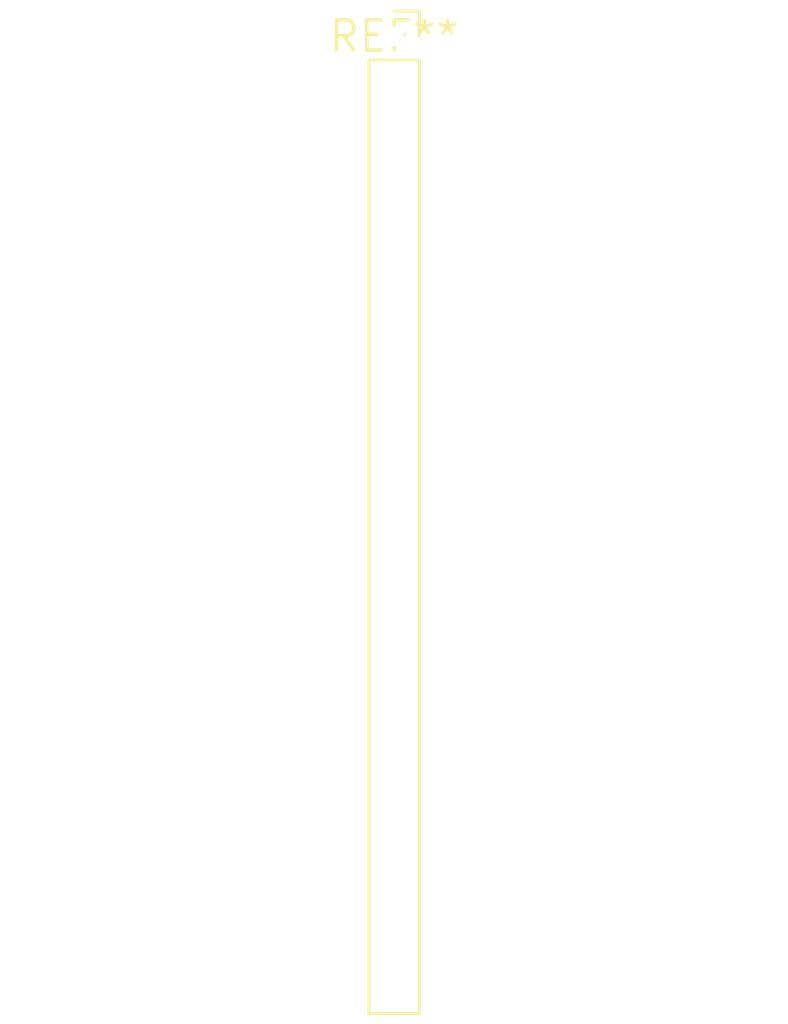
<source format=kicad_pcb>
(kicad_pcb (version 20240108) (generator pcbnew)
  (layers (0 "F.Cu" signal) (31 "B.Cu" signal) (34 "B.Paste" user) (35 "F.Paste" user) (36 "B.SilkS" user "B.Silkscreen") (37 "F.SilkS" user "F.Silkscreen") (38 "B.Mask" user) (39 "F.Mask" user) (44 "Edge.Cuts" user))
  (net 0 "")
  (footprint "PinSocket_1x21_P2.00mm_Vertical" (layer "F.Cu") (at 0 0)
    (property "Reference" "REF**")
    (property "Value" "PinSocket_1x21_P2.00mm_Vertical")
    (fp_line (start -1.06 1) (end -1.06 41.06) (layer "F.SilkS") (stroke (width 0.12)))
    (fp_line (start -1.06 1) (end 1.06 1) (layer "F.SilkS") (stroke (width 0.12)))
    (fp_line (start -1.06 41.06) (end 1.06 41.06) (layer "F.SilkS") (stroke (width 0.12)))
    (fp_line (start 0 -1.06) (end 1.06 -1.06) (layer "F.SilkS") (stroke (width 0.12)))
    (fp_line (start 1.06 -1.06) (end 1.06 0) (layer "F.SilkS") (stroke (width 0.12)))
    (fp_line (start 1.06 1) (end 1.06 41.06) (layer "F.SilkS") (stroke (width 0.12)))
    (pad "1" thru_hole rect (at 0 0) (size 1.35 1.35) (drill 0.8) (layers *.Cu *.Mask) (remove_unused_layers))
    (pad "2" thru_hole oval (at 0 2) (size 1.35 1.35) (drill 0.8) (layers *.Cu *.Mask) (remove_unused_layers))
    (pad "3" thru_hole oval (at 0 4) (size 1.35 1.35) (drill 0.8) (layers *.Cu *.Mask) (remove_unused_layers))
    (pad "4" thru_hole oval (at 0 6) (size 1.35 1.35) (drill 0.8) (layers *.Cu *.Mask) (remove_unused_layers))
    (pad "5" thru_hole oval (at 0 8) (size 1.35 1.35) (drill 0.8) (layers *.Cu *.Mask) (remove_unused_layers))
    (pad "6" thru_hole oval (at 0 10) (size 1.35 1.35) (drill 0.8) (layers *.Cu *.Mask) (remove_unused_layers))
    (pad "7" thru_hole oval (at 0 12) (size 1.35 1.35) (drill 0.8) (layers *.Cu *.Mask) (remove_unused_layers))
    (pad "8" thru_hole oval (at 0 14) (size 1.35 1.35) (drill 0.8) (layers *.Cu *.Mask) (remove_unused_layers))
    (pad "9" thru_hole oval (at 0 16) (size 1.35 1.35) (drill 0.8) (layers *.Cu *.Mask) (remove_unused_layers))
    (pad "10" thru_hole oval (at 0 18) (size 1.35 1.35) (drill 0.8) (layers *.Cu *.Mask) (remove_unused_layers))
    (pad "11" thru_hole oval (at 0 20) (size 1.35 1.35) (drill 0.8) (layers *.Cu *.Mask) (remove_unused_layers))
    (pad "12" thru_hole oval (at 0 22) (size 1.35 1.35) (drill 0.8) (layers *.Cu *.Mask) (remove_unused_layers))
    (pad "13" thru_hole oval (at 0 24) (size 1.35 1.35) (drill 0.8) (layers *.Cu *.Mask) (remove_unused_layers))
    (pad "14" thru_hole oval (at 0 26) (size 1.35 1.35) (drill 0.8) (layers *.Cu *.Mask) (remove_unused_layers))
    (pad "15" thru_hole oval (at 0 28) (size 1.35 1.35) (drill 0.8) (layers *.Cu *.Mask) (remove_unused_layers))
    (pad "16" thru_hole oval (at 0 30) (size 1.35 1.35) (drill 0.8) (layers *.Cu *.Mask) (remove_unused_layers))
    (pad "17" thru_hole oval (at 0 32) (size 1.35 1.35) (drill 0.8) (layers *.Cu *.Mask) (remove_unused_layers))
    (pad "18" thru_hole oval (at 0 34) (size 1.35 1.35) (drill 0.8) (layers *.Cu *.Mask) (remove_unused_layers))
    (pad "19" thru_hole oval (at 0 36) (size 1.35 1.35) (drill 0.8) (layers *.Cu *.Mask) (remove_unused_layers))
    (pad "20" thru_hole oval (at 0 38) (size 1.35 1.35) (drill 0.8) (layers *.Cu *.Mask) (remove_unused_layers))
    (pad "21" thru_hole oval (at 0 40) (size 1.35 1.35) (drill 0.8) (layers *.Cu *.Mask) (remove_unused_layers))
  )
)
</source>
